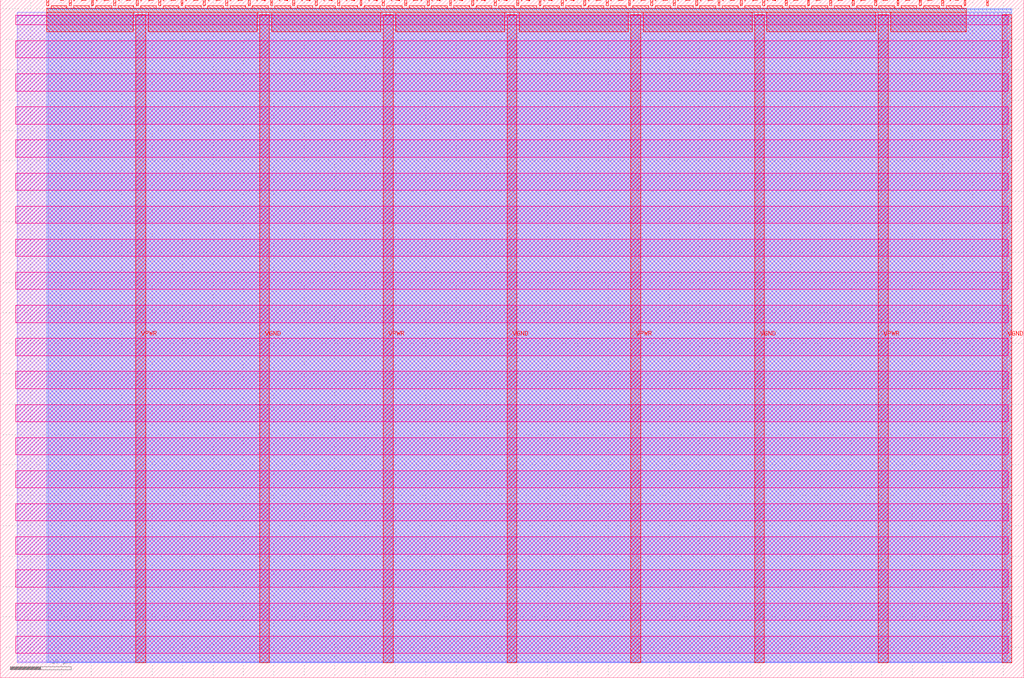
<source format=lef>
VERSION 5.7 ;
  NOWIREEXTENSIONATPIN ON ;
  DIVIDERCHAR "/" ;
  BUSBITCHARS "[]" ;
MACRO tt_um_wokwi_370690644715216897
  CLASS BLOCK ;
  FOREIGN tt_um_wokwi_370690644715216897 ;
  ORIGIN 0.000 0.000 ;
  SIZE 168.360 BY 111.520 ;
  PIN VGND
    DIRECTION INOUT ;
    USE GROUND ;
    PORT
      LAYER met4 ;
        RECT 42.670 2.480 44.270 109.040 ;
    END
    PORT
      LAYER met4 ;
        RECT 83.380 2.480 84.980 109.040 ;
    END
    PORT
      LAYER met4 ;
        RECT 124.090 2.480 125.690 109.040 ;
    END
    PORT
      LAYER met4 ;
        RECT 164.800 2.480 166.400 109.040 ;
    END
  END VGND
  PIN VPWR
    DIRECTION INOUT ;
    USE POWER ;
    PORT
      LAYER met4 ;
        RECT 22.315 2.480 23.915 109.040 ;
    END
    PORT
      LAYER met4 ;
        RECT 63.025 2.480 64.625 109.040 ;
    END
    PORT
      LAYER met4 ;
        RECT 103.735 2.480 105.335 109.040 ;
    END
    PORT
      LAYER met4 ;
        RECT 144.445 2.480 146.045 109.040 ;
    END
  END VPWR
  PIN clk
    DIRECTION INPUT ;
    USE SIGNAL ;
    ANTENNAGATEAREA 0.126000 ;
    PORT
      LAYER met4 ;
        RECT 158.550 110.520 158.850 111.520 ;
    END
  END clk
  PIN ena
    DIRECTION INPUT ;
    USE SIGNAL ;
    PORT
      LAYER met4 ;
        RECT 162.230 110.520 162.530 111.520 ;
    END
  END ena
  PIN rst_n
    DIRECTION INPUT ;
    USE SIGNAL ;
    PORT
      LAYER met4 ;
        RECT 154.870 110.520 155.170 111.520 ;
    END
  END rst_n
  PIN ui_in[0]
    DIRECTION INPUT ;
    USE SIGNAL ;
    ANTENNAGATEAREA 0.196500 ;
    PORT
      LAYER met4 ;
        RECT 151.190 110.520 151.490 111.520 ;
    END
  END ui_in[0]
  PIN ui_in[1]
    DIRECTION INPUT ;
    USE SIGNAL ;
    PORT
      LAYER met4 ;
        RECT 147.510 110.520 147.810 111.520 ;
    END
  END ui_in[1]
  PIN ui_in[2]
    DIRECTION INPUT ;
    USE SIGNAL ;
    ANTENNAGATEAREA 0.196500 ;
    PORT
      LAYER met4 ;
        RECT 143.830 110.520 144.130 111.520 ;
    END
  END ui_in[2]
  PIN ui_in[3]
    DIRECTION INPUT ;
    USE SIGNAL ;
    ANTENNAGATEAREA 0.196500 ;
    PORT
      LAYER met4 ;
        RECT 140.150 110.520 140.450 111.520 ;
    END
  END ui_in[3]
  PIN ui_in[4]
    DIRECTION INPUT ;
    USE SIGNAL ;
    PORT
      LAYER met4 ;
        RECT 136.470 110.520 136.770 111.520 ;
    END
  END ui_in[4]
  PIN ui_in[5]
    DIRECTION INPUT ;
    USE SIGNAL ;
    ANTENNAGATEAREA 0.196500 ;
    PORT
      LAYER met4 ;
        RECT 132.790 110.520 133.090 111.520 ;
    END
  END ui_in[5]
  PIN ui_in[6]
    DIRECTION INPUT ;
    USE SIGNAL ;
    ANTENNAGATEAREA 0.196500 ;
    PORT
      LAYER met4 ;
        RECT 129.110 110.520 129.410 111.520 ;
    END
  END ui_in[6]
  PIN ui_in[7]
    DIRECTION INPUT ;
    USE SIGNAL ;
    PORT
      LAYER met4 ;
        RECT 125.430 110.520 125.730 111.520 ;
    END
  END ui_in[7]
  PIN uio_in[0]
    DIRECTION INPUT ;
    USE SIGNAL ;
    PORT
      LAYER met4 ;
        RECT 121.750 110.520 122.050 111.520 ;
    END
  END uio_in[0]
  PIN uio_in[1]
    DIRECTION INPUT ;
    USE SIGNAL ;
    PORT
      LAYER met4 ;
        RECT 118.070 110.520 118.370 111.520 ;
    END
  END uio_in[1]
  PIN uio_in[2]
    DIRECTION INPUT ;
    USE SIGNAL ;
    PORT
      LAYER met4 ;
        RECT 114.390 110.520 114.690 111.520 ;
    END
  END uio_in[2]
  PIN uio_in[3]
    DIRECTION INPUT ;
    USE SIGNAL ;
    PORT
      LAYER met4 ;
        RECT 110.710 110.520 111.010 111.520 ;
    END
  END uio_in[3]
  PIN uio_in[4]
    DIRECTION INPUT ;
    USE SIGNAL ;
    PORT
      LAYER met4 ;
        RECT 107.030 110.520 107.330 111.520 ;
    END
  END uio_in[4]
  PIN uio_in[5]
    DIRECTION INPUT ;
    USE SIGNAL ;
    PORT
      LAYER met4 ;
        RECT 103.350 110.520 103.650 111.520 ;
    END
  END uio_in[5]
  PIN uio_in[6]
    DIRECTION INPUT ;
    USE SIGNAL ;
    PORT
      LAYER met4 ;
        RECT 99.670 110.520 99.970 111.520 ;
    END
  END uio_in[6]
  PIN uio_in[7]
    DIRECTION INPUT ;
    USE SIGNAL ;
    PORT
      LAYER met4 ;
        RECT 95.990 110.520 96.290 111.520 ;
    END
  END uio_in[7]
  PIN uio_oe[0]
    DIRECTION OUTPUT TRISTATE ;
    USE SIGNAL ;
    PORT
      LAYER met4 ;
        RECT 33.430 110.520 33.730 111.520 ;
    END
  END uio_oe[0]
  PIN uio_oe[1]
    DIRECTION OUTPUT TRISTATE ;
    USE SIGNAL ;
    PORT
      LAYER met4 ;
        RECT 29.750 110.520 30.050 111.520 ;
    END
  END uio_oe[1]
  PIN uio_oe[2]
    DIRECTION OUTPUT TRISTATE ;
    USE SIGNAL ;
    PORT
      LAYER met4 ;
        RECT 26.070 110.520 26.370 111.520 ;
    END
  END uio_oe[2]
  PIN uio_oe[3]
    DIRECTION OUTPUT TRISTATE ;
    USE SIGNAL ;
    PORT
      LAYER met4 ;
        RECT 22.390 110.520 22.690 111.520 ;
    END
  END uio_oe[3]
  PIN uio_oe[4]
    DIRECTION OUTPUT TRISTATE ;
    USE SIGNAL ;
    PORT
      LAYER met4 ;
        RECT 18.710 110.520 19.010 111.520 ;
    END
  END uio_oe[4]
  PIN uio_oe[5]
    DIRECTION OUTPUT TRISTATE ;
    USE SIGNAL ;
    PORT
      LAYER met4 ;
        RECT 15.030 110.520 15.330 111.520 ;
    END
  END uio_oe[5]
  PIN uio_oe[6]
    DIRECTION OUTPUT TRISTATE ;
    USE SIGNAL ;
    PORT
      LAYER met4 ;
        RECT 11.350 110.520 11.650 111.520 ;
    END
  END uio_oe[6]
  PIN uio_oe[7]
    DIRECTION OUTPUT TRISTATE ;
    USE SIGNAL ;
    PORT
      LAYER met4 ;
        RECT 7.670 110.520 7.970 111.520 ;
    END
  END uio_oe[7]
  PIN uio_out[0]
    DIRECTION OUTPUT TRISTATE ;
    USE SIGNAL ;
    PORT
      LAYER met4 ;
        RECT 62.870 110.520 63.170 111.520 ;
    END
  END uio_out[0]
  PIN uio_out[1]
    DIRECTION OUTPUT TRISTATE ;
    USE SIGNAL ;
    PORT
      LAYER met4 ;
        RECT 59.190 110.520 59.490 111.520 ;
    END
  END uio_out[1]
  PIN uio_out[2]
    DIRECTION OUTPUT TRISTATE ;
    USE SIGNAL ;
    PORT
      LAYER met4 ;
        RECT 55.510 110.520 55.810 111.520 ;
    END
  END uio_out[2]
  PIN uio_out[3]
    DIRECTION OUTPUT TRISTATE ;
    USE SIGNAL ;
    PORT
      LAYER met4 ;
        RECT 51.830 110.520 52.130 111.520 ;
    END
  END uio_out[3]
  PIN uio_out[4]
    DIRECTION OUTPUT TRISTATE ;
    USE SIGNAL ;
    PORT
      LAYER met4 ;
        RECT 48.150 110.520 48.450 111.520 ;
    END
  END uio_out[4]
  PIN uio_out[5]
    DIRECTION OUTPUT TRISTATE ;
    USE SIGNAL ;
    PORT
      LAYER met4 ;
        RECT 44.470 110.520 44.770 111.520 ;
    END
  END uio_out[5]
  PIN uio_out[6]
    DIRECTION OUTPUT TRISTATE ;
    USE SIGNAL ;
    PORT
      LAYER met4 ;
        RECT 40.790 110.520 41.090 111.520 ;
    END
  END uio_out[6]
  PIN uio_out[7]
    DIRECTION OUTPUT TRISTATE ;
    USE SIGNAL ;
    PORT
      LAYER met4 ;
        RECT 37.110 110.520 37.410 111.520 ;
    END
  END uio_out[7]
  PIN uo_out[0]
    DIRECTION OUTPUT TRISTATE ;
    USE SIGNAL ;
    ANTENNADIFFAREA 0.795200 ;
    PORT
      LAYER met4 ;
        RECT 92.310 110.520 92.610 111.520 ;
    END
  END uo_out[0]
  PIN uo_out[1]
    DIRECTION OUTPUT TRISTATE ;
    USE SIGNAL ;
    PORT
      LAYER met4 ;
        RECT 88.630 110.520 88.930 111.520 ;
    END
  END uo_out[1]
  PIN uo_out[2]
    DIRECTION OUTPUT TRISTATE ;
    USE SIGNAL ;
    PORT
      LAYER met4 ;
        RECT 84.950 110.520 85.250 111.520 ;
    END
  END uo_out[2]
  PIN uo_out[3]
    DIRECTION OUTPUT TRISTATE ;
    USE SIGNAL ;
    ANTENNADIFFAREA 0.795200 ;
    PORT
      LAYER met4 ;
        RECT 81.270 110.520 81.570 111.520 ;
    END
  END uo_out[3]
  PIN uo_out[4]
    DIRECTION OUTPUT TRISTATE ;
    USE SIGNAL ;
    PORT
      LAYER met4 ;
        RECT 77.590 110.520 77.890 111.520 ;
    END
  END uo_out[4]
  PIN uo_out[5]
    DIRECTION OUTPUT TRISTATE ;
    USE SIGNAL ;
    ANTENNADIFFAREA 0.445500 ;
    PORT
      LAYER met4 ;
        RECT 73.910 110.520 74.210 111.520 ;
    END
  END uo_out[5]
  PIN uo_out[6]
    DIRECTION OUTPUT TRISTATE ;
    USE SIGNAL ;
    ANTENNADIFFAREA 0.445500 ;
    PORT
      LAYER met4 ;
        RECT 70.230 110.520 70.530 111.520 ;
    END
  END uo_out[6]
  PIN uo_out[7]
    DIRECTION OUTPUT TRISTATE ;
    USE SIGNAL ;
    PORT
      LAYER met4 ;
        RECT 66.550 110.520 66.850 111.520 ;
    END
  END uo_out[7]
  OBS
      LAYER nwell ;
        RECT 2.570 107.385 165.790 108.990 ;
        RECT 2.570 101.945 165.790 104.775 ;
        RECT 2.570 96.505 165.790 99.335 ;
        RECT 2.570 91.065 165.790 93.895 ;
        RECT 2.570 85.625 165.790 88.455 ;
        RECT 2.570 80.185 165.790 83.015 ;
        RECT 2.570 74.745 165.790 77.575 ;
        RECT 2.570 69.305 165.790 72.135 ;
        RECT 2.570 63.865 165.790 66.695 ;
        RECT 2.570 58.425 165.790 61.255 ;
        RECT 2.570 52.985 165.790 55.815 ;
        RECT 2.570 47.545 165.790 50.375 ;
        RECT 2.570 42.105 165.790 44.935 ;
        RECT 2.570 36.665 165.790 39.495 ;
        RECT 2.570 31.225 165.790 34.055 ;
        RECT 2.570 25.785 165.790 28.615 ;
        RECT 2.570 20.345 165.790 23.175 ;
        RECT 2.570 14.905 165.790 17.735 ;
        RECT 2.570 9.465 165.790 12.295 ;
        RECT 2.570 4.025 165.790 6.855 ;
      LAYER li1 ;
        RECT 2.760 2.635 165.600 108.885 ;
      LAYER met1 ;
        RECT 2.760 2.480 166.400 109.440 ;
      LAYER met2 ;
        RECT 7.910 2.535 166.370 110.005 ;
      LAYER met3 ;
        RECT 7.630 2.555 166.390 109.985 ;
      LAYER met4 ;
        RECT 8.370 110.120 10.950 110.520 ;
        RECT 12.050 110.120 14.630 110.520 ;
        RECT 15.730 110.120 18.310 110.520 ;
        RECT 19.410 110.120 21.990 110.520 ;
        RECT 23.090 110.120 25.670 110.520 ;
        RECT 26.770 110.120 29.350 110.520 ;
        RECT 30.450 110.120 33.030 110.520 ;
        RECT 34.130 110.120 36.710 110.520 ;
        RECT 37.810 110.120 40.390 110.520 ;
        RECT 41.490 110.120 44.070 110.520 ;
        RECT 45.170 110.120 47.750 110.520 ;
        RECT 48.850 110.120 51.430 110.520 ;
        RECT 52.530 110.120 55.110 110.520 ;
        RECT 56.210 110.120 58.790 110.520 ;
        RECT 59.890 110.120 62.470 110.520 ;
        RECT 63.570 110.120 66.150 110.520 ;
        RECT 67.250 110.120 69.830 110.520 ;
        RECT 70.930 110.120 73.510 110.520 ;
        RECT 74.610 110.120 77.190 110.520 ;
        RECT 78.290 110.120 80.870 110.520 ;
        RECT 81.970 110.120 84.550 110.520 ;
        RECT 85.650 110.120 88.230 110.520 ;
        RECT 89.330 110.120 91.910 110.520 ;
        RECT 93.010 110.120 95.590 110.520 ;
        RECT 96.690 110.120 99.270 110.520 ;
        RECT 100.370 110.120 102.950 110.520 ;
        RECT 104.050 110.120 106.630 110.520 ;
        RECT 107.730 110.120 110.310 110.520 ;
        RECT 111.410 110.120 113.990 110.520 ;
        RECT 115.090 110.120 117.670 110.520 ;
        RECT 118.770 110.120 121.350 110.520 ;
        RECT 122.450 110.120 125.030 110.520 ;
        RECT 126.130 110.120 128.710 110.520 ;
        RECT 129.810 110.120 132.390 110.520 ;
        RECT 133.490 110.120 136.070 110.520 ;
        RECT 137.170 110.120 139.750 110.520 ;
        RECT 140.850 110.120 143.430 110.520 ;
        RECT 144.530 110.120 147.110 110.520 ;
        RECT 148.210 110.120 150.790 110.520 ;
        RECT 151.890 110.120 154.470 110.520 ;
        RECT 155.570 110.120 158.150 110.520 ;
        RECT 7.655 109.440 158.865 110.120 ;
        RECT 7.655 106.255 21.915 109.440 ;
        RECT 24.315 106.255 42.270 109.440 ;
        RECT 44.670 106.255 62.625 109.440 ;
        RECT 65.025 106.255 82.980 109.440 ;
        RECT 85.380 106.255 103.335 109.440 ;
        RECT 105.735 106.255 123.690 109.440 ;
        RECT 126.090 106.255 144.045 109.440 ;
        RECT 146.445 106.255 158.865 109.440 ;
  END
END tt_um_wokwi_370690644715216897
END LIBRARY


</source>
